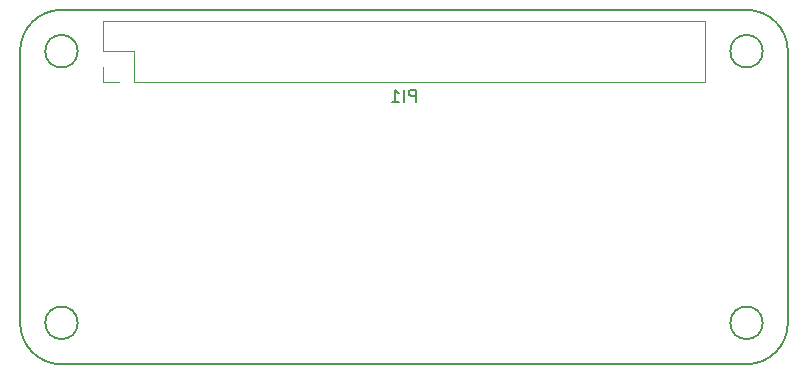
<source format=gbo>
G04 #@! TF.GenerationSoftware,KiCad,Pcbnew,(5.0.2)*
G04 #@! TF.CreationDate,2020-11-06T15:24:57+00:00*
G04 #@! TF.ProjectId,alto,616c746f-2e6b-4696-9361-645f70636258,rev?*
G04 #@! TF.SameCoordinates,Original*
G04 #@! TF.FileFunction,Legend,Bot*
G04 #@! TF.FilePolarity,Positive*
%FSLAX46Y46*%
G04 Gerber Fmt 4.6, Leading zero omitted, Abs format (unit mm)*
G04 Created by KiCad (PCBNEW (5.0.2)) date Fri 06 Nov 2020 15:24:57 GMT*
%MOMM*%
%LPD*%
G01*
G04 APERTURE LIST*
%ADD10C,0.150000*%
%ADD11C,0.120000*%
G04 APERTURE END LIST*
D10*
X157000000Y-80000000D02*
X161500000Y-80000000D01*
X103500000Y-80000000D02*
X157000000Y-80000000D01*
X104875000Y-76500000D02*
G75*
G03X104875000Y-76500000I-1375000J0D01*
G01*
X162875000Y-76500000D02*
G75*
G03X162875000Y-76500000I-1375000J0D01*
G01*
X100000000Y-76500000D02*
X100000000Y-53500000D01*
X165000000Y-53500000D02*
X165000000Y-76500000D01*
X103500000Y-50000000D02*
X161500000Y-50000000D01*
X103500000Y-80000000D02*
G75*
G02X100000000Y-76500000I0J3500000D01*
G01*
X165000000Y-76500000D02*
G75*
G02X161500000Y-80000000I-3500000J0D01*
G01*
X100000000Y-53500000D02*
G75*
G02X103500000Y-50000000I3500000J0D01*
G01*
X161500000Y-50000000D02*
G75*
G02X165000000Y-53500000I0J-3500000D01*
G01*
X162875000Y-53500000D02*
G75*
G03X162875000Y-53500000I-1375000J0D01*
G01*
X104875000Y-53500000D02*
G75*
G03X104875000Y-53500000I-1375000J0D01*
G01*
D11*
G04 #@! TO.C,PI1*
X109640000Y-56100000D02*
X157960000Y-56100000D01*
X157960000Y-56100000D02*
X157960000Y-50900000D01*
X157960000Y-50900000D02*
X107040000Y-50900000D01*
X107040000Y-50900000D02*
X107040000Y-53500000D01*
X107040000Y-53500000D02*
X109640000Y-53500000D01*
X109640000Y-53500000D02*
X109640000Y-56100000D01*
X108370000Y-56100000D02*
X107040000Y-56100000D01*
X107040000Y-56100000D02*
X107040000Y-54830000D01*
G04 #@! TD*
G04 #@! TO.C,PI1*
D10*
X133476190Y-57762380D02*
X133476190Y-56762380D01*
X133095238Y-56762380D01*
X133000000Y-56810000D01*
X132952380Y-56857619D01*
X132904761Y-56952857D01*
X132904761Y-57095714D01*
X132952380Y-57190952D01*
X133000000Y-57238571D01*
X133095238Y-57286190D01*
X133476190Y-57286190D01*
X132476190Y-57762380D02*
X132476190Y-56762380D01*
X131476190Y-57762380D02*
X132047619Y-57762380D01*
X131761904Y-57762380D02*
X131761904Y-56762380D01*
X131857142Y-56905238D01*
X131952380Y-57000476D01*
X132047619Y-57048095D01*
G04 #@! TD*
M02*

</source>
